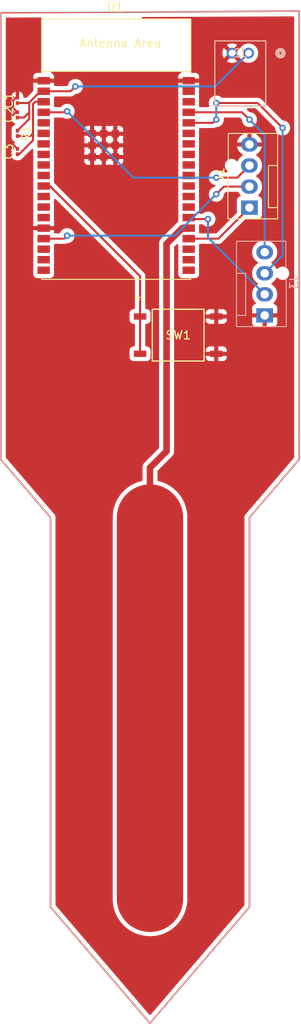
<source format=kicad_pcb>
(kicad_pcb (version 20221018) (generator pcbnew)
  (layers (0 "F.Cu" signal) (31 "B.Cu" signal) (34 "B.Paste" user) (35 "F.Paste" user) (36 "B.SilkS" user "B.Silkscreen") (37 "F.SilkS" user "F.Silkscreen") (38 "B.Mask" user) (39 "F.Mask" user) (44 "Edge.Cuts" user))
  (net 0 "")
  (net 1 "Net-(J1-Pin_1)")
  (net 11 "Net-(J1-Pin_2)")
  (net 12 "Net-(J1-Pin_3)")
  (net 19 "GND")
  (net 20 "Net-(U1-EN{slash}CHIP_PU)")
  (net 21 "Net-(U1-DAC_2{slash}ADC2_CH9{slash}GPIO26)")
  (net 22 "VDD")
  (net 24 "/TOUCH")
  (net 25 "Net-(J3-Pin_2)")
  (net 26 "Net-(J3-Pin_3)")
  (net 27 "Net-(J3-Pin_4)")
  (footprint "Capacitor_SMD:C_0201_0603Metric" (layer "F.Cu") (at 133.005 75.855 90)
    (fp_text reference "C3" (at 0 -1.05 90) (layer "F.SilkS"))
    (fp_text value "0.1uF")
    (pad "1" smd roundrect (at -0.32 0 90) (size 0.46 0.4) (layers "F.Cu" "F.Mask") (net 20 "Net-(U1-EN{slash}CHIP_PU)"))
    (pad "2" smd roundrect (at 0.32 0 90) (size 0.46 0.4) (layers "F.Cu" "F.Mask") (net 19 "GND"))
  )
  (footprint "PCM_Espressif:ESP32-WROVER-E" (layer "F.Cu") (at 144.92 75.565)
    (fp_text reference "U1" (at -0.14 -17.145) (layer "F.SilkS"))
    (fp_text value "ESP32-WROVER-E")
    (fp_text user "Antenna Area" (at 0.5 -12.795 unlocked) (layer "F.SilkS"))
    (fp_line (start -9 -15.695) (end -9 -8.9) (stroke (width 0.12)) (layer "F.SilkS"))
    (fp_line (start -9 -9.385) (end 9 -9.385) (stroke (width 0.12)) (layer "F.SilkS"))
    (fp_line (start -9 15.705) (end -9 15.35) (stroke (width 0.12)) (layer "F.SilkS"))
    (fp_line (start -9 15.705) (end 9 15.705) (stroke (width 0.12)) (layer "F.SilkS"))
    (fp_line (start 9 -15.695) (end -9 -15.695) (stroke (width 0.12)) (layer "F.SilkS"))
    (fp_line (start 9 -15.65) (end 9 -8.9) (stroke (width 0.12)) (layer "F.SilkS"))
    (fp_line (start 9 15.705) (end 9 15.35) (stroke (width 0.12)) (layer "F.SilkS"))
    (pad "1" smd rect (at -8.75 -8.255) (size 1.5 0.9) (layers "F.Cu" "F.Paste" "F.Mask") (net 19 "GND"))
    (pad "2" smd rect (at -8.75 -6.985) (size 1.5 0.9) (layers "F.Cu" "F.Paste" "F.Mask") (net 22 "VDD"))
    (pad "3" smd rect (at -8.75 -5.715) (size 1.5 0.9) (layers "F.Cu" "F.Paste" "F.Mask") (net 20 "Net-(U1-EN{slash}CHIP_PU)"))
    (pad "4" smd rect (at -8.75 -4.445) (size 1.5 0.9) (layers "F.Cu" "F.Paste" "F.Mask") (net 12 "Net-(J1-Pin_3)"))
    (pad "5" smd rect (at -8.75 -3.175) (size 1.5 0.9) (layers "F.Cu" "F.Paste" "F.Mask"))
    (pad "6" smd rect (at -8.75 -1.905) (size 1.5 0.9) (layers "F.Cu" "F.Paste" "F.Mask"))
    (pad "7" smd rect (at -8.75 -0.635) (size 1.5 0.9) (layers "F.Cu" "F.Paste" "F.Mask"))
    (pad "8" smd rect (at -8.75 0.635) (size 1.5 0.9) (layers "F.Cu" "F.Paste" "F.Mask"))
    (pad "9" smd rect (at -8.75 1.905) (size 1.5 0.9) (layers "F.Cu" "F.Paste" "F.Mask"))
    (pad "10" smd rect (at -8.75 3.175) (size 1.5 0.9) (layers "F.Cu" "F.Paste" "F.Mask"))
    (pad "11" smd rect (at -8.75 4.445) (size 1.5 0.9) (layers "F.Cu" "F.Paste" "F.Mask") (net 21 "Net-(U1-DAC_2{slash}ADC2_CH9{slash}GPIO26)"))
    (pad "12" smd rect (at -8.75 5.715) (size 1.5 0.9) (layers "F.Cu" "F.Paste" "F.Mask"))
    (pad "13" smd rect (at -8.75 6.985) (size 1.5 0.9) (layers "F.Cu" "F.Paste" "F.Mask"))
    (pad "14" smd rect (at -8.75 8.255) (size 1.5 0.9) (layers "F.Cu" "F.Paste" "F.Mask"))
    (pad "15" smd rect (at -8.75 9.525) (size 1.5 0.9) (layers "F.Cu" "F.Paste" "F.Mask") (net 19 "GND"))
    (pad "16" smd rect (at -8.75 10.795) (size 1.5 0.9) (layers "F.Cu" "F.Paste" "F.Mask") (net 11 "Net-(J1-Pin_2)"))
    (pad "17" smd rect (at -8.75 12.065) (size 1.5 0.9) (layers "F.Cu" "F.Paste" "F.Mask"))
    (pad "18" smd rect (at -8.75 13.335) (size 1.5 0.9) (layers "F.Cu" "F.Paste" "F.Mask"))
    (pad "19" smd rect (at -8.75 14.605) (size 1.5 0.9) (layers "F.Cu" "F.Paste" "F.Mask"))
    (pad "20" smd rect (at 8.75 14.605) (size 1.5 0.9) (layers "F.Cu" "F.Paste" "F.Mask"))
    (pad "21" smd rect (at 8.75 13.335) (size 1.5 0.9) (layers "F.Cu" "F.Paste" "F.Mask"))
    (pad "22" smd rect (at 8.75 12.065) (size 1.5 0.9) (layers "F.Cu" "F.Paste" "F.Mask"))
    (pad "23" smd rect (at 8.75 10.795) (size 1.5 0.9) (layers "F.Cu" "F.Paste" "F.Mask") (net 1 "Net-(J1-Pin_1)"))
    (pad "24" smd rect (at 8.75 9.525) (size 1.5 0.9) (layers "F.Cu" "F.Paste" "F.Mask") (net 24 "/TOUCH"))
    (pad "25" smd rect (at 8.75 8.255) (size 1.5 0.9) (layers "F.Cu" "F.Paste" "F.Mask") (net 25 "Net-(J3-Pin_2)"))
    (pad "26" smd rect (at 8.75 6.985) (size 1.5 0.9) (layers "F.Cu" "F.Paste" "F.Mask"))
    (pad "27" smd rect (at 8.75 5.715) (size 1.5 0.9) (layers "F.Cu" "F.Paste" "F.Mask"))
    (pad "28" smd rect (at 8.75 4.445) (size 1.5 0.9) (layers "F.Cu" "F.Paste" "F.Mask"))
    (pad "29" smd rect (at 8.75 3.175) (size 1.5 0.9) (layers "F.Cu" "F.Paste" "F.Mask"))
    (pad "30" smd rect (at 8.75 1.905) (size 1.5 0.9) (layers "F.Cu" "F.Paste" "F.Mask"))
    (pad "31" smd rect (at 8.75 0.635) (size 1.5 0.9) (layers "F.Cu" "F.Paste" "F.Mask"))
    (pad "32" smd rect (at 8.75 -0.635) (size 1.5 0.9) (layers "F.Cu" "F.Paste" "F.Mask"))
    (pad "33" smd rect (at 8.75 -1.905) (size 1.5 0.9) (layers "F.Cu" "F.Paste" "F.Mask"))
    (pad "34" smd rect (at 8.75 -3.175) (size 1.5 0.9) (layers "F.Cu" "F.Paste" "F.Mask") (net 26 "Net-(J3-Pin_3)"))
    (pad "35" smd rect (at 8.75 -4.445) (size 1.5 0.9) (layers "F.Cu" "F.Paste" "F.Mask") (net 27 "Net-(J3-Pin_4)"))
    (pad "36" smd rect (at 8.75 -5.715) (size 1.5 0.9) (layers "F.Cu" "F.Paste" "F.Mask"))
    (pad "37" smd rect (at 8.75 -6.985) (size 1.5 0.9) (layers "F.Cu" "F.Paste" "F.Mask"))
    (pad "38" smd rect (at 8.75 -8.255) (size 1.5 0.9) (layers "F.Cu" "F.Paste" "F.Mask") (net 19 "GND"))
    (pad "39" smd rect (at -2.905 -1.86) (size 0.9 0.9) (layers "F.Cu" "F.Paste" "F.Mask") (net 19 "GND"))
    (pad "39" smd rect (at -2.9 -0.46) (size 0.9 0.9) (layers "F.Cu" "F.Paste" "F.Mask") (net 19 "GND"))
    (pad "39" smd rect (at -2.9 0.94) (size 0.9 0.9) (layers "F.Cu" "F.Paste" "F.Mask") (net 19 "GND"))
    (pad "39" smd rect (at -1.5 -1.86) (size 0.9 0.9) (layers "F.Cu" "F.Paste" "F.Mask") (net 19 "GND"))
    (pad "39" smd rect (at -1.5 -0.46) (size 0.9 0.9) (layers "F.Cu" "F.Paste" "F.Mask") (net 19 "GND"))
    (pad "39" smd rect (at -1.5 0.94) (size 0.9 0.9) (layers "F.Cu" "F.Paste" "F.Mask") (net 19 "GND"))
    (pad "39" smd rect (at -0.1 -1.86) (size 0.9 0.9) (layers "F.Cu" "F.Paste" "F.Mask") (net 19 "GND"))
    (pad "39" smd rect (at -0.1 -0.46) (size 0.9 0.9) (layers "F.Cu" "F.Paste" "F.Mask") (net 19 "GND"))
    (pad "39" smd rect (at -0.1 0.94) (size 0.9 0.9) (layers "F.Cu" "F.Paste" "F.Mask") (net 19 "GND"))
    (zone (net 0) (net_name "") (layers "*.Cu") (name "antenna keepout") (connect_pads (clearance 0)) (min_thickness 0.254)
      (keepout (tracks not_allowed) (vias not_allowed) (pads not_allowed) (copperpour not_allowed) (footprints not_allowed))
      (fill (thermal_gap 0.508) (thermal_bridge_width 0.508))
      (polygon (pts (xy 153.92 66.17) (xy 135.92 66.17) (xy 135.92 59.87) (xy 153.92 59.87)))
    )
  )
  (footprint "Capacitor_SMD:C_0201_0603Metric" (layer "F.Cu") (at 133.005 71.43 90)
    (fp_text reference "C2" (at 0 -1.05 90) (layer "F.SilkS"))
    (fp_text value "10uF")
    (pad "1" smd roundrect (at -0.32 0 90) (size 0.46 0.4) (layers "F.Cu" "F.Mask") (net 22 "VDD"))
    (pad "2" smd roundrect (at 0.32 0 90) (size 0.46 0.4) (layers "F.Cu" "F.Mask") (net 19 "GND"))
  )
  (footprint "Resistor_SMD:R_0201_0603Metric" (layer "F.Cu") (at 133.005 73.66 -90)
    (fp_text reference "R1" (at 0 -1.05 90) (layer "F.SilkS"))
    (fp_text value "10k")
    (pad "1" smd roundrect (at -0.32 0 270) (size 0.46 0.4) (layers "F.Cu" "F.Mask") (net 22 "VDD"))
    (pad "2" smd roundrect (at 0.32 0 270) (size 0.46 0.4) (layers "F.Cu" "F.Mask") (net 20 "Net-(U1-EN{slash}CHIP_PU)"))
  )
  (footprint "Connector:FanPinHeader_1x04_P2.54mm_Vertical" (layer "F.Cu") (at 161 82.62 90)
    (fp_text reference "J1" (at 4 -3.55 90) (layer "F.SilkS"))
    (fp_text value "Conn_01x04_Socket")
    (fp_line (start -1.35 -2.6) (end 4.4 -2.6) (stroke (width 0.12)) (layer "F.SilkS"))
    (fp_line (start -1.35 3.4) (end -1.35 -2.6) (stroke (width 0.12)) (layer "F.SilkS"))
    (fp_line (start 0 2.29) (end 5.08 2.29) (stroke (width 0.12)) (layer "F.SilkS"))
    (fp_line (start 0 3.3) (end 0 2.29) (stroke (width 0.12)) (layer "F.SilkS"))
    (fp_line (start 5.08 2.29) (end 5.08 3.3) (stroke (width 0.12)) (layer "F.SilkS"))
    (fp_line (start 5.75 -2.55) (end 8.95 -2.55) (stroke (width 0.12)) (layer "F.SilkS"))
    (fp_line (start 8.95 -2.55) (end 8.95 3.4) (stroke (width 0.12)) (layer "F.SilkS"))
    (fp_line (start 8.95 3.4) (end -1.35 3.4) (stroke (width 0.12)) (layer "F.SilkS"))
    (pad "" np_thru_hole circle (at 5.08 -2.16 180) (size 1.1 1.1) (drill 1.1) (layers "*.Cu" "*.Mask"))
    (pad "1" thru_hole rect (at 0 0 180) (size 2.03 1.73) (drill 1.02) (layers "*.Cu" "*.Mask") (net 1 "Net-(J1-Pin_1)"))
    (pad "2" thru_hole oval (at 2.54 0 180) (size 2.03 1.73) (drill 1.02) (layers "*.Cu" "*.Mask") (net 11 "Net-(J1-Pin_2)"))
    (pad "3" thru_hole oval (at 5.08 0 180) (size 2.03 1.73) (drill 1.02) (layers "*.Cu" "*.Mask") (net 12 "Net-(J1-Pin_3)"))
    (pad "4" thru_hole oval (at 7.62 0 180) (size 2.03 1.73) (drill 1.02) (layers "*.Cu" "*.Mask") (net 19 "GND"))
  )
  (footprint "footprints:SW4_FSM8JSMASTR_TEC" (layer "F.Cu") (at 152.4 98)
    (fp_text reference "SW1" (at 0 0 unlocked) (layer "F.SilkS"))
    (fp_text value "FSM8JSMASTR")
    (fp_text user "*" (at -4.8514 -4.1529) (layer "F.SilkS"))
    (fp_text user "*" (at -4.8514 -4.1529 unlocked) (layer "F.SilkS"))
    (fp_line (start -3.1242 -3.1242) (end -3.1242 3.1242) (stroke (width 0.1524)) (layer "F.SilkS"))
    (fp_line (start -3.1242 3.1242) (end 3.1242 3.1242) (stroke (width 0.1524)) (layer "F.SilkS"))
    (fp_line (start 3.1242 -3.1242) (end -3.1242 -3.1242) (stroke (width 0.1524)) (layer "F.SilkS"))
    (fp_line (start 3.1242 3.1242) (end 3.1242 -3.1242) (stroke (width 0.1524)) (layer "F.SilkS"))
    (pad "1" smd rect (at -4.5974 -2.2479) (size 1.524 0.762) (layers "F.Cu" "F.Paste" "F.Mask") (net 21 "Net-(U1-DAC_2{slash}ADC2_CH9{slash}GPIO26)"))
    (pad "2" smd rect (at -4.5974 2.2479) (size 1.524 0.762) (layers "F.Cu" "F.Paste" "F.Mask") (net 21 "Net-(U1-DAC_2{slash}ADC2_CH9{slash}GPIO26)"))
    (pad "3" smd rect (at 4.5974 2.2479) (size 1.524 0.762) (layers "F.Cu" "F.Paste" "F.Mask") (net 19 "GND"))
    (pad "4" smd rect (at 4.5974 -2.2479) (size 1.524 0.762) (layers "F.Cu" "F.Paste" "F.Mask") (net 19 "GND"))
  )
  (footprint "Capacitor_SMD:C_0201_0603Metric" (layer "F.Cu") (at 133.005 69.68 90)
    (fp_text reference "C1" (at 0 -1.05 90) (layer "F.SilkS"))
    (fp_text value "0.1uF")
    (pad "1" smd roundrect (at -0.32 0 90) (size 0.46 0.4) (layers "F.Cu" "F.Mask") (net 22 "VDD"))
    (pad "2" smd roundrect (at 0.32 0 90) (size 0.46 0.4) (layers "F.Cu" "F.Mask") (net 19 "GND"))
  )
  (footprint "Connector:FanPinHeader_1x04_P2.54mm_Vertical" (layer "B.Cu") (at 162.84 95.62 90)
    (fp_text reference "J3" (at 4 3.55 90) (layer "B.SilkS") (effects (justify mirror)))
    (fp_text value "Conn_01x04_Socket")
    (fp_line (start -1.35 -3.4) (end -1.35 2.6) (stroke (width 0.12)) (layer "B.SilkS"))
    (fp_line (start -1.35 2.6) (end 4.4 2.6) (stroke (width 0.12)) (layer "B.SilkS"))
    (fp_line (start 0 -3.3) (end 0 -2.29) (stroke (width 0.12)) (layer "B.SilkS"))
    (fp_line (start 0 -2.29) (end 5.08 -2.29) (stroke (width 0.12)) (layer "B.SilkS"))
    (fp_line (start 5.08 -2.29) (end 5.08 -3.3) (stroke (width 0.12)) (layer "B.SilkS"))
    (fp_line (start 5.75 2.55) (end 8.95 2.55) (stroke (width 0.12)) (layer "B.SilkS"))
    (fp_line (start 8.95 -3.4) (end -1.35 -3.4) (stroke (width 0.12)) (layer "B.SilkS"))
    (fp_line (start 8.95 2.55) (end 8.95 -3.4) (stroke (width 0.12)) (layer "B.SilkS"))
    (pad "" np_thru_hole circle (at 5.08 2.16) (size 1.1 1.1) (drill 1.1) (layers "*.Cu" "*.Mask"))
    (pad "1" thru_hole rect (at 0 0) (size 2.03 1.73) (drill 1.02) (layers "*.Cu" "*.Mask") (net 19 "GND"))
    (pad "2" thru_hole oval (at 2.54 0) (size 2.03 1.73) (drill 1.02) (layers "*.Cu" "*.Mask") (net 25 "Net-(J3-Pin_2)"))
    (pad "3" thru_hole oval (at 5.08 0) (size 2.03 1.73) (drill 1.02) (layers "*.Cu" "*.Mask") (net 26 "Net-(J3-Pin_3)"))
    (pad "4" thru_hole oval (at 7.62 0) (size 2.03 1.73) (drill 1.02) (layers "*.Cu" "*.Mask") (net 27 "Net-(J3-Pin_4)"))
  )
  (footprint "footprints:CONN_S2B-PH-K-S_JST" (layer "B.Cu") (at 160.8951 63.9826 180)
    (fp_text reference "J2" (at 1 0 unlocked) (layer "B.SilkS") (effects (justify mirror)))
    (fp_text value "S2B-PH-K-SLFSN")
    (fp_line (start -2.0734 -6.3716) (end 4.0734 -6.3716) (stroke (width 0.1524)) (layer "B.SilkS"))
    (fp_line (start -2.0734 1.477) (end -2.0734 -6.3716) (stroke (width 0.1524)) (layer "B.SilkS"))
    (fp_line (start 4.0734 -6.3716) (end 4.0734 1.477) (stroke (width 0.1524)) (layer "B.SilkS"))
    (fp_line (start 4.0734 1.477) (end -2.0734 1.477) (stroke (width 0.1524)) (layer "B.SilkS"))
    (fp_circle (center -3.8514 0) (end -3.4704 0) (stroke (width 0.508)) (fill none) (layer "B.SilkS"))
    (fp_circle (center -3.8514 0) (end -3.4704 0) (stroke (width 0.508)) (fill none) (layer "F.SilkS"))
    (pad "1" thru_hole circle (at -0.000001 0 180) (size 1.3208 1.3208) (drill 0.8128) (layers "*.Cu" "*.Mask") (net 22 "VDD"))
    (pad "2" thru_hole circle (at 2.000001 0 180) (size 1.3208 1.3208) (drill 0.8128) (layers "*.Cu" "*.Mask") (net 19 "GND"))
  )
  (gr_line (start 131 113) (end 137 120) (stroke (width 0.2)) (layer "F.Cu"))
  (gr_line (start 131 110) (end 131 113) (stroke (width 0.2)) (layer "F.Cu"))
  (gr_line (start 131 59.092796) (end 167 58.942796) (stroke (width 0.2)) (layer "F.Cu"))
  (gr_line (start 167 110) (end 167 113) (stroke (width 0.2)) (layer "F.Cu"))
  (gr_line (start 167 58.942796) (end 167 110) (stroke (width 0.2)) (layer "F.Cu"))
  (gr_line (start 149 181) (end 161 167) (stroke (width 0.2)) (layer "F.Cu"))
  (gr_line (start 137 167) (end 149 181) (stroke (width 0.2)) (layer "F.Cu"))
  (gr_line (start 137 120) (end 137 167) (stroke (width 0.2)) (layer "F.Cu"))
  (gr_line (start 161 120) (end 161 167) (stroke (width 0.2)) (layer "F.Cu"))
  (gr_line (start 167 113) (end 161 120) (stroke (width 0.2)) (layer "F.Cu"))
  (gr_line (start 131 110) (end 131 59.092796) (stroke (width 0.2)) (layer "F.Cu"))
  (gr_line (start 161 120) (end 167 113) (stroke (width 0.1)) (layer "Edge.Cuts"))
  (gr_line (start 149 181) (end 161 167) (stroke (width 0.1)) (layer "Edge.Cuts"))
  (gr_line (start 131 59) (end 131 113) (stroke (width 0.1)) (layer "Edge.Cuts"))
  (gr_line (start 137 167) (end 149 181) (stroke (width 0.1)) (layer "Edge.Cuts"))
  (gr_line (start 167 59) (end 131 59) (stroke (width 0.1)) (layer "Edge.Cuts"))
  (gr_line (start 161 167) (end 161 120) (stroke (width 0.1)) (layer "Edge.Cuts"))
  (gr_line (start 137 120) (end 137 167) (stroke (width 0.1)) (layer "Edge.Cuts"))
  (gr_line (start 167 113) (end 167 59) (stroke (width 0.1)) (layer "Edge.Cuts"))
  (gr_line (start 131 113) (end 137 120) (stroke (width 0.1)) (layer "Edge.Cuts"))
  (segment (start 157.26 86.36) (end 153.67 86.36) (width 0.25) (layer "F.Cu") (net 1))
  (segment (start 161 82.62) (end 157.26 86.36) (width 0.25) (layer "F.Cu") (net 1))
  (segment (start 161 80.08) (end 157.92 80.08) (width 0.25) (layer "F.Cu") (net 11))
  (segment (start 138.64 86.36) (end 136.17 86.36) (width 0.25) (layer "F.Cu") (net 11))
  (segment (start 157.92 80.08) (end 157 81) (width 0.25) (layer "F.Cu") (net 11))
  (segment (start 139 86) (end 138.64 86.36) (width 0.25) (layer "F.Cu") (net 11))
  (via (at 139 86) (size 0.8) (drill 0.4) (layers "F.Cu" "B.Cu") (net 11))
  (via (at 157 81) (size 0.8) (drill 0.4) (layers "F.Cu" "B.Cu") (net 11))
  (segment (start 157 81) (end 152 86) (width 0.25) (layer "B.Cu") (net 11))
  (segment (start 152 86) (end 139 86) (width 0.25) (layer "B.Cu") (net 11))
  (segment (start 159.54 79) (end 157 79) (width 0.25) (layer "F.Cu") (net 12))
  (segment (start 138.88 71.12) (end 136.17 71.12) (width 0.25) (layer "F.Cu") (net 12))
  (segment (start 139 71) (end 138.88 71.12) (width 0.25) (layer "F.Cu") (net 12))
  (segment (start 161 77.54) (end 159.54 79) (width 0.25) (layer "F.Cu") (net 12))
  (via (at 157 79) (size 0.8) (drill 0.4) (layers "F.Cu" "B.Cu") (net 12))
  (via (at 139 71) (size 0.8) (drill 0.4) (layers "F.Cu" "B.Cu") (net 12))
  (segment (start 157 79) (end 147 79) (width 0.25) (layer "B.Cu") (net 12))
  (segment (start 147 79) (end 139 71) (width 0.25) (layer "B.Cu") (net 12))
  (segment (start 143.42 76.505) (end 143.42 75.105) (width 0.25) (layer "F.Cu") (net 19))
  (segment (start 142.015 73.705) (end 142.015 75.1) (width 0.25) (layer "F.Cu") (net 19))
  (segment (start 144.82 76.505) (end 144.82 75.105) (width 0.25) (layer "F.Cu") (net 19))
  (segment (start 142.02 75.105) (end 143.42 75.105) (width 0.25) (layer "F.Cu") (net 19))
  (segment (start 132.805 69.36) (end 133.005 69.36) (width 0.25) (layer "F.Cu") (net 19))
  (segment (start 132.48 70.585) (end 132.48 69.685) (width 0.25) (layer "F.Cu") (net 19))
  (segment (start 143.42 75.105) (end 144.82 75.105) (width 0.25) (layer "F.Cu") (net 19))
  (segment (start 133.005 71.11) (end 132.48 70.585) (width 0.25) (layer "F.Cu") (net 19))
  (segment (start 132.805 71.11) (end 132.08 71.835) (width 0.25) (layer "F.Cu") (net 19))
  (segment (start 142.02 76.505) (end 143.42 76.505) (width 0.25) (layer "F.Cu") (net 19))
  (segment (start 143.42 76.505) (end 144.82 76.505) (width 0.25) (layer "F.Cu") (net 19))
  (segment (start 154.175 67.31) (end 153.67 67.31) (width 0.25) (layer "F.Cu") (net 19))
  (segment (start 144.82 73.705) (end 144.82 75.105) (width 0.25) (layer "F.Cu") (net 19))
  (segment (start 133.005 69.36) (end 133.005 69.005) (width 0.25) (layer "F.Cu") (net 19))
  (segment (start 142.015 75.1) (end 142.02 75.105) (width 0.25) (layer "F.Cu") (net 19))
  (segment (start 144.82 73.705) (end 143.42 73.705) (width 0.25) (layer "F.Cu") (net 19))
  (segment (start 142.015 73.705) (end 143.42 73.705) (width 0.25) (layer "F.Cu") (net 19))
  (segment (start 132.08 74.61) (end 133.005 75.535) (width 0.25) (layer "F.Cu") (net 19))
  (segment (start 133.005 69.005) (end 133 69) (width 0.25) (layer "F.Cu") (net 19))
  (segment (start 132.08 71.835) (end 132.08 74.61) (width 0.25) (layer "F.Cu") (net 19))
  (segment (start 143.42 75.105) (end 143.42 73.705) (width 0.25) (layer "F.Cu") (net 19))
  (segment (start 142.02 76.505) (end 142.02 75.105) (width 0.25) (layer "F.Cu") (net 19))
  (segment (start 132.48 69.685) (end 132.805 69.36) (width 0.25) (layer "F.Cu") (net 19))
  (segment (start 133.005 71.11) (end 132.805 71.11) (width 0.25) (layer "F.Cu") (net 19))
  (segment (start 134.883388 73.66) (end 134.883388 74.496612) (width 0.25) (layer "F.Cu") (net 20))
  (segment (start 135.146776 69.85) (end 134.883388 70.113388) (width 0.25) (layer "F.Cu") (net 20))
  (segment (start 136.17 69.85) (end 135.146776 69.85) (width 0.25) (layer "F.Cu") (net 20))
  (segment (start 134.883388 74.496612) (end 133.205 76.175) (width 0.25) (layer "F.Cu") (net 20))
  (segment (start 133.205 76.175) (end 133.005 76.175) (width 0.25) (layer "F.Cu") (net 20))
  (segment (start 134.883388 70.113388) (end 134.883388 73.66) (width 0.25) (layer "F.Cu") (net 20))
  (segment (start 133.005 73.98) (end 134.563388 73.98) (width 0.25) (layer "F.Cu") (net 20))
  (segment (start 134.563388 73.98) (end 134.883388 73.66) (width 0.25) (layer "F.Cu") (net 20))
  (segment (start 147.8026 90.8926) (end 147.8026 95.7521) (width 0.25) (layer "F.Cu") (net 21))
  (segment (start 147.8026 100.2479) (end 147.8026 95.7521) (width 0.25) (layer "F.Cu") (net 21))
  (segment (start 147.8026 90.8926) (end 136.92 80.01) (width 0.25) (layer "F.Cu") (net 21))
  (segment (start 136.92 80.01) (end 136.17 80.01) (width 0.25) (layer "F.Cu") (net 21))
  (segment (start 134.433388 71.12) (end 134.433388 69.926992) (width 0.25) (layer "F.Cu") (net 22))
  (segment (start 139.42 68.58) (end 136.17 68.58) (width 0.25) (layer "F.Cu") (net 22))
  (segment (start 133.005 70) (end 134.36038 70) (width 0.25) (layer "F.Cu") (net 22))
  (segment (start 140 68) (end 139.42 68.58) (width 0.25) (layer "F.Cu") (net 22))
  (segment (start 134.36038 70) (end 135.78038 68.58) (width 0.25) (layer "F.Cu") (net 22))
  (segment (start 133.005 73.34) (end 134.433388 71.911612) (width 0.25) (layer "F.Cu") (net 22))
  (segment (start 135.78038 68.58) (end 136.17 68.58) (width 0.25) (layer "F.Cu") (net 22))
  (segment (start 133.005 71.75) (end 133.803388 71.75) (width 0.25) (layer "F.Cu") (net 22))
  (segment (start 133.803388 71.75) (end 134.433388 71.12) (width 0.25) (layer "F.Cu") (net 22))
  (segment (start 134.433388 69.926992) (end 134.36038 70) (width 0.25) (layer "F.Cu") (net 22))
  (segment (start 134.433388 71.911612) (end 134.433388 71.12) (width 0.25) (layer "F.Cu") (net 22))
  (via (at 140 68) (size 0.8) (drill 0.4) (layers "F.Cu" "B.Cu") (net 22))
  (segment (start 156.877701 68) (end 140 68) (width 0.25) (layer "B.Cu") (net 22))
  (segment (start 160.895101 63.9826) (end 156.877701 68) (width 0.25) (layer "B.Cu") (net 22))
  (segment (start 153.67 85.09) (end 152.891472 85.09) (width 0.8) (layer "F.Cu") (net 24))
  (segment (start 151 86.981472) (end 151 112) (width 0.8) (layer "F.Cu") (net 24))
  (segment (start 149 114) (end 149 120) (width 0.8) (layer "F.Cu") (net 24))
  (segment (start 152.891472 85.09) (end 151 86.981472) (width 0.8) (layer "F.Cu") (net 24))
  (segment (start 149 120) (end 149 166) (width 8) (layer "F.Cu") (net 24))
  (segment (start 151 112) (end 149 114) (width 0.8) (layer "F.Cu") (net 24))
  (segment (start 156 84) (end 153.85 84) (width 0.25) (layer "F.Cu") (net 25))
  (segment (start 153.85 84) (end 153.67 83.82) (width 0.25) (layer "F.Cu") (net 25))
  (via (at 156 84) (size 0.8) (drill 0.4) (layers "F.Cu" "B.Cu") (net 25))
  (segment (start 156 86.24) (end 156 84) (width 0.25) (layer "B.Cu") (net 25))
  (segment (start 162.84 93.08) (end 156 86.24) (width 0.25) (layer "B.Cu") (net 25))
  (segment (start 162 70) (end 157 70) (width 0.25) (layer "F.Cu") (net 26))
  (segment (start 156.61 72.39) (end 153.67 72.39) (width 0.25) (layer "F.Cu") (net 26))
  (segment (start 157 72) (end 156.61 72.39) (width 0.25) (layer "F.Cu") (net 26))
  (segment (start 165 73) (end 162 70) (width 0.25) (layer "F.Cu") (net 26))
  (segment (start 154.42 72.39) (end 153.67 72.39) (width 0.25) (layer "F.Cu") (net 26))
  (via (at 157 70) (size 0.8) (drill 0.4) (layers "F.Cu" "B.Cu") (net 26))
  (via (at 165 73) (size 0.8) (drill 0.4) (layers "F.Cu" "B.Cu") (net 26))
  (via (at 157 72) (size 0.8) (drill 0.4) (layers "F.Cu" "B.Cu") (net 26))
  (segment (start 162.84 90.54) (end 165 88.38) (width 0.25) (layer "B.Cu") (net 26))
  (segment (start 157 70) (end 157 72) (width 0.25) (layer "B.Cu") (net 26))
  (segment (start 165 88.38) (end 165 73) (width 0.25) (layer "B.Cu") (net 26))
  (segment (start 160.12 71.12) (end 153.67 71.12) (width 0.25) (layer "F.Cu") (net 27))
  (segment (start 161 72) (end 160.12 71.12) (width 0.25) (layer "F.Cu") (net 27))
  (via (at 161 72) (size 0.8) (drill 0.4) (layers "F.Cu" "B.Cu") (net 27))
  (segment (start 162.84 88) (end 162.84 73.84) (width 0.25) (layer "B.Cu") (net 27))
  (segment (start 162.84 73.84) (end 161 72) (width 0.25) (layer "B.Cu") (net 27))
  (zone (net 19) (net_name "GND") (layer "F.Cu") (connect_pads (clearance 0.5)) (min_thickness 0.25) (fill yes (thermal_gap 0.5) (thermal_bridge_width 0.5))
    (polygon (pts (xy 131 59.092796) (xy 167 58.942796) (xy 167 181) (xy 131 181)))
  )
)
</source>
